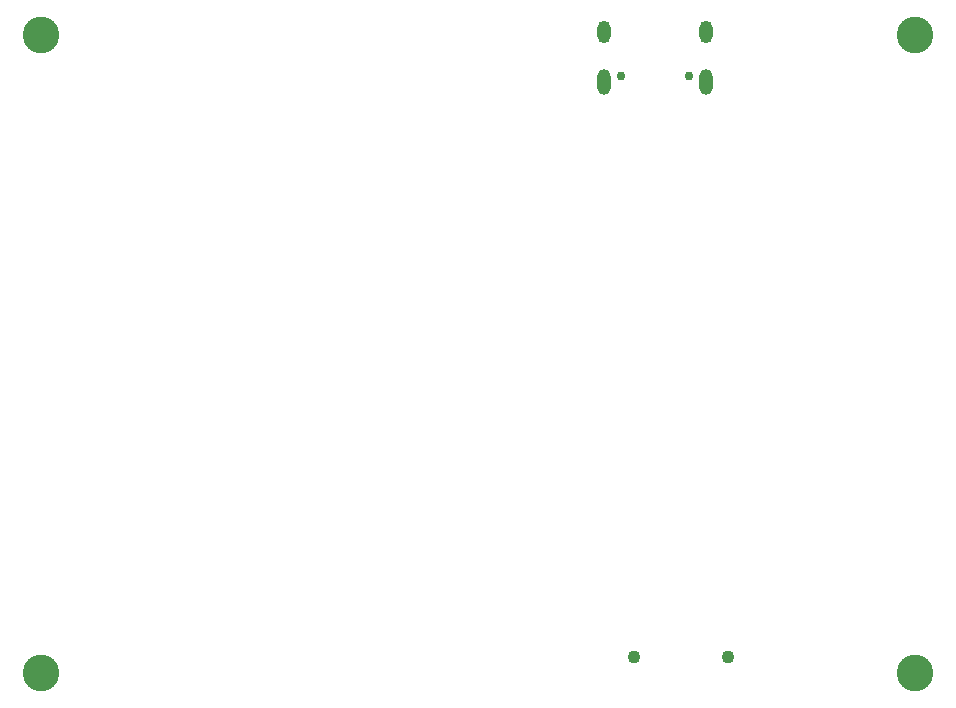
<source format=gbs>
G04 #@! TF.GenerationSoftware,KiCad,Pcbnew,(5.1.0)-1*
G04 #@! TF.CreationDate,2019-04-09T08:08:05-05:00*
G04 #@! TF.ProjectId,prelude,7072656c-7564-4652-9e6b-696361645f70,rev?*
G04 #@! TF.SameCoordinates,Original*
G04 #@! TF.FileFunction,Soldermask,Bot*
G04 #@! TF.FilePolarity,Negative*
%FSLAX46Y46*%
G04 Gerber Fmt 4.6, Leading zero omitted, Abs format (unit mm)*
G04 Created by KiCad (PCBNEW (5.1.0)-1) date 2019-04-09 08:08:05*
%MOMM*%
%LPD*%
G04 APERTURE LIST*
%ADD10C,3.101600*%
%ADD11C,1.101600*%
%ADD12O,1.101600X2.201600*%
%ADD13O,1.101600X1.901600*%
%ADD14C,0.751600*%
G04 APERTURE END LIST*
D10*
X123000000Y-43000000D03*
X123000000Y-97000000D03*
X197000000Y-97000000D03*
X197000000Y-43000000D03*
D11*
X181200000Y-95700000D03*
X173220000Y-95700000D03*
D12*
X179320000Y-46950000D03*
X170680000Y-46950000D03*
D13*
X179320000Y-42770000D03*
X170680000Y-42770000D03*
D14*
X177890000Y-46450000D03*
X172110000Y-46450000D03*
M02*

</source>
